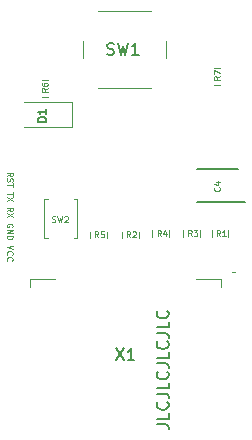
<source format=gbr>
G04 #@! TF.GenerationSoftware,KiCad,Pcbnew,(5.1.9)-1*
G04 #@! TF.CreationDate,2021-03-01T14:21:52+01:00*
G04 #@! TF.ProjectId,button_v1.2.2_Coin_Cell,62757474-6f6e-45f7-9631-2e322e325f43,rev?*
G04 #@! TF.SameCoordinates,Original*
G04 #@! TF.FileFunction,Legend,Top*
G04 #@! TF.FilePolarity,Positive*
%FSLAX46Y46*%
G04 Gerber Fmt 4.6, Leading zero omitted, Abs format (unit mm)*
G04 Created by KiCad (PCBNEW (5.1.9)-1) date 2021-03-01 14:21:52*
%MOMM*%
%LPD*%
G01*
G04 APERTURE LIST*
%ADD10C,0.125000*%
%ADD11C,0.150000*%
%ADD12C,0.120000*%
%ADD13C,0.200000*%
G04 APERTURE END LIST*
D10*
X115653809Y-69341428D02*
X115891904Y-69174761D01*
X115653809Y-69055714D02*
X116153809Y-69055714D01*
X116153809Y-69246190D01*
X116130000Y-69293809D01*
X116106190Y-69317619D01*
X116058571Y-69341428D01*
X115987142Y-69341428D01*
X115939523Y-69317619D01*
X115915714Y-69293809D01*
X115891904Y-69246190D01*
X115891904Y-69055714D01*
X115677619Y-69531904D02*
X115653809Y-69603333D01*
X115653809Y-69722380D01*
X115677619Y-69770000D01*
X115701428Y-69793809D01*
X115749047Y-69817619D01*
X115796666Y-69817619D01*
X115844285Y-69793809D01*
X115868095Y-69770000D01*
X115891904Y-69722380D01*
X115915714Y-69627142D01*
X115939523Y-69579523D01*
X115963333Y-69555714D01*
X116010952Y-69531904D01*
X116058571Y-69531904D01*
X116106190Y-69555714D01*
X116130000Y-69579523D01*
X116153809Y-69627142D01*
X116153809Y-69746190D01*
X116130000Y-69817619D01*
X116153809Y-69960476D02*
X116153809Y-70246190D01*
X115653809Y-70103333D02*
X116153809Y-70103333D01*
X116153809Y-70722380D02*
X116153809Y-71008095D01*
X115653809Y-70865238D02*
X116153809Y-70865238D01*
X116153809Y-71127142D02*
X115653809Y-71460476D01*
X116153809Y-71460476D02*
X115653809Y-71127142D01*
X115653809Y-72317619D02*
X115891904Y-72150952D01*
X115653809Y-72031904D02*
X116153809Y-72031904D01*
X116153809Y-72222380D01*
X116130000Y-72270000D01*
X116106190Y-72293809D01*
X116058571Y-72317619D01*
X115987142Y-72317619D01*
X115939523Y-72293809D01*
X115915714Y-72270000D01*
X115891904Y-72222380D01*
X115891904Y-72031904D01*
X116153809Y-72484285D02*
X115653809Y-72817619D01*
X116153809Y-72817619D02*
X115653809Y-72484285D01*
X116130000Y-73650952D02*
X116153809Y-73603333D01*
X116153809Y-73531904D01*
X116130000Y-73460476D01*
X116082380Y-73412857D01*
X116034761Y-73389047D01*
X115939523Y-73365238D01*
X115868095Y-73365238D01*
X115772857Y-73389047D01*
X115725238Y-73412857D01*
X115677619Y-73460476D01*
X115653809Y-73531904D01*
X115653809Y-73579523D01*
X115677619Y-73650952D01*
X115701428Y-73674761D01*
X115868095Y-73674761D01*
X115868095Y-73579523D01*
X115653809Y-73889047D02*
X116153809Y-73889047D01*
X115653809Y-74174761D01*
X116153809Y-74174761D01*
X115653809Y-74412857D02*
X116153809Y-74412857D01*
X116153809Y-74531904D01*
X116130000Y-74603333D01*
X116082380Y-74650952D01*
X116034761Y-74674761D01*
X115939523Y-74698571D01*
X115868095Y-74698571D01*
X115772857Y-74674761D01*
X115725238Y-74650952D01*
X115677619Y-74603333D01*
X115653809Y-74531904D01*
X115653809Y-74412857D01*
X116153809Y-75222380D02*
X115653809Y-75389047D01*
X116153809Y-75555714D01*
X115701428Y-76008095D02*
X115677619Y-75984285D01*
X115653809Y-75912857D01*
X115653809Y-75865238D01*
X115677619Y-75793809D01*
X115725238Y-75746190D01*
X115772857Y-75722380D01*
X115868095Y-75698571D01*
X115939523Y-75698571D01*
X116034761Y-75722380D01*
X116082380Y-75746190D01*
X116130000Y-75793809D01*
X116153809Y-75865238D01*
X116153809Y-75912857D01*
X116130000Y-75984285D01*
X116106190Y-76008095D01*
X115701428Y-76508095D02*
X115677619Y-76484285D01*
X115653809Y-76412857D01*
X115653809Y-76365238D01*
X115677619Y-76293809D01*
X115725238Y-76246190D01*
X115772857Y-76222380D01*
X115868095Y-76198571D01*
X115939523Y-76198571D01*
X116034761Y-76222380D01*
X116082380Y-76246190D01*
X116130000Y-76293809D01*
X116153809Y-76365238D01*
X116153809Y-76412857D01*
X116130000Y-76484285D01*
X116106190Y-76508095D01*
D11*
X128357380Y-90344047D02*
X129071666Y-90344047D01*
X129214523Y-90391666D01*
X129309761Y-90486904D01*
X129357380Y-90629761D01*
X129357380Y-90725000D01*
X129357380Y-89391666D02*
X129357380Y-89867857D01*
X128357380Y-89867857D01*
X129262142Y-88486904D02*
X129309761Y-88534523D01*
X129357380Y-88677380D01*
X129357380Y-88772619D01*
X129309761Y-88915476D01*
X129214523Y-89010714D01*
X129119285Y-89058333D01*
X128928809Y-89105952D01*
X128785952Y-89105952D01*
X128595476Y-89058333D01*
X128500238Y-89010714D01*
X128405000Y-88915476D01*
X128357380Y-88772619D01*
X128357380Y-88677380D01*
X128405000Y-88534523D01*
X128452619Y-88486904D01*
X128357380Y-87772619D02*
X129071666Y-87772619D01*
X129214523Y-87820238D01*
X129309761Y-87915476D01*
X129357380Y-88058333D01*
X129357380Y-88153571D01*
X129357380Y-86820238D02*
X129357380Y-87296428D01*
X128357380Y-87296428D01*
X129262142Y-85915476D02*
X129309761Y-85963095D01*
X129357380Y-86105952D01*
X129357380Y-86201190D01*
X129309761Y-86344047D01*
X129214523Y-86439285D01*
X129119285Y-86486904D01*
X128928809Y-86534523D01*
X128785952Y-86534523D01*
X128595476Y-86486904D01*
X128500238Y-86439285D01*
X128405000Y-86344047D01*
X128357380Y-86201190D01*
X128357380Y-86105952D01*
X128405000Y-85963095D01*
X128452619Y-85915476D01*
X128357380Y-85201190D02*
X129071666Y-85201190D01*
X129214523Y-85248809D01*
X129309761Y-85344047D01*
X129357380Y-85486904D01*
X129357380Y-85582142D01*
X129357380Y-84248809D02*
X129357380Y-84725000D01*
X128357380Y-84725000D01*
X129262142Y-83344047D02*
X129309761Y-83391666D01*
X129357380Y-83534523D01*
X129357380Y-83629761D01*
X129309761Y-83772619D01*
X129214523Y-83867857D01*
X129119285Y-83915476D01*
X128928809Y-83963095D01*
X128785952Y-83963095D01*
X128595476Y-83915476D01*
X128500238Y-83867857D01*
X128405000Y-83772619D01*
X128357380Y-83629761D01*
X128357380Y-83534523D01*
X128405000Y-83391666D01*
X128452619Y-83344047D01*
X128357380Y-82629761D02*
X129071666Y-82629761D01*
X129214523Y-82677380D01*
X129309761Y-82772619D01*
X129357380Y-82915476D01*
X129357380Y-83010714D01*
X129357380Y-81677380D02*
X129357380Y-82153571D01*
X128357380Y-82153571D01*
X129262142Y-80772619D02*
X129309761Y-80820238D01*
X129357380Y-80963095D01*
X129357380Y-81058333D01*
X129309761Y-81201190D01*
X129214523Y-81296428D01*
X129119285Y-81344047D01*
X128928809Y-81391666D01*
X128785952Y-81391666D01*
X128595476Y-81344047D01*
X128500238Y-81296428D01*
X128405000Y-81201190D01*
X128357380Y-81058333D01*
X128357380Y-80963095D01*
X128405000Y-80820238D01*
X128452619Y-80772619D01*
D12*
G04 #@! TO.C,X1*
X117580000Y-78700000D02*
X117580000Y-78080000D01*
X117580000Y-78080000D02*
X119700000Y-78080000D01*
X131700000Y-78080000D02*
X133820000Y-78080000D01*
X133820000Y-78080000D02*
X133820000Y-78700000D01*
G04 #@! TO.C,D1*
X117130000Y-65215000D02*
X121215000Y-65215000D01*
X121215000Y-65215000D02*
X121215000Y-63045000D01*
X121215000Y-63045000D02*
X117130000Y-63045000D01*
D13*
G04 #@! TO.C,C4*
X131727000Y-71564960D02*
X135852000Y-71564960D01*
X135227000Y-68764960D02*
X131727000Y-68764960D01*
D12*
G04 #@! TO.C,C5*
X134944115Y-77469320D02*
X134712445Y-77469320D01*
G04 #@! TO.C,R7*
X133178748Y-60200000D02*
X133701252Y-60200000D01*
X133178748Y-61620000D02*
X133701252Y-61620000D01*
G04 #@! TO.C,R6*
X118618748Y-61210000D02*
X119141252Y-61210000D01*
X118618748Y-62630000D02*
X119141252Y-62630000D01*
G04 #@! TO.C,R5*
X124110000Y-74038748D02*
X124110000Y-74561252D01*
X122690000Y-74038748D02*
X122690000Y-74561252D01*
G04 #@! TO.C,R4*
X129410000Y-73938748D02*
X129410000Y-74461252D01*
X127990000Y-73938748D02*
X127990000Y-74461252D01*
G04 #@! TO.C,R3*
X132010000Y-73938748D02*
X132010000Y-74461252D01*
X130590000Y-73938748D02*
X130590000Y-74461252D01*
G04 #@! TO.C,R2*
X126810000Y-74038748D02*
X126810000Y-74561252D01*
X125390000Y-74038748D02*
X125390000Y-74561252D01*
G04 #@! TO.C,R1*
X134410000Y-73938748D02*
X134410000Y-74461252D01*
X132990000Y-73938748D02*
X132990000Y-74461252D01*
G04 #@! TO.C,SW1*
X129100000Y-59380000D02*
X129100000Y-57880000D01*
X127850000Y-55380000D02*
X123350000Y-55380000D01*
X122100000Y-57880000D02*
X122100000Y-59380000D01*
X123350000Y-61880000D02*
X127850000Y-61880000D01*
G04 #@! TO.C,SW2*
X121305500Y-74611500D02*
X121605500Y-74611500D01*
X121605500Y-74611500D02*
X121605500Y-71311500D01*
X121605500Y-71311500D02*
X121305500Y-71311500D01*
X119105500Y-74611500D02*
X118805500Y-74611500D01*
X118805500Y-74611500D02*
X118805500Y-71311500D01*
X118805500Y-71311500D02*
X119105500Y-71311500D01*
G04 #@! TO.C,X1*
D11*
X124890476Y-83937380D02*
X125557142Y-84937380D01*
X125557142Y-83937380D02*
X124890476Y-84937380D01*
X126461904Y-84937380D02*
X125890476Y-84937380D01*
X126176190Y-84937380D02*
X126176190Y-83937380D01*
X126080952Y-84080238D01*
X125985714Y-84175476D01*
X125890476Y-84223095D01*
G04 #@! TO.C,D1*
X118996666Y-64746666D02*
X118296666Y-64746666D01*
X118296666Y-64580000D01*
X118330000Y-64480000D01*
X118396666Y-64413333D01*
X118463333Y-64380000D01*
X118596666Y-64346666D01*
X118696666Y-64346666D01*
X118830000Y-64380000D01*
X118896666Y-64413333D01*
X118963333Y-64480000D01*
X118996666Y-64580000D01*
X118996666Y-64746666D01*
X118996666Y-63680000D02*
X118996666Y-64080000D01*
X118996666Y-63880000D02*
X118296666Y-63880000D01*
X118396666Y-63946666D01*
X118463333Y-64013333D01*
X118496666Y-64080000D01*
G04 #@! TO.C,C4*
D10*
X133655571Y-70298293D02*
X133679380Y-70322102D01*
X133703190Y-70393531D01*
X133703190Y-70441150D01*
X133679380Y-70512579D01*
X133631761Y-70560198D01*
X133584142Y-70584007D01*
X133488904Y-70607817D01*
X133417476Y-70607817D01*
X133322238Y-70584007D01*
X133274619Y-70560198D01*
X133227000Y-70512579D01*
X133203190Y-70441150D01*
X133203190Y-70393531D01*
X133227000Y-70322102D01*
X133250809Y-70298293D01*
X133369857Y-69869721D02*
X133703190Y-69869721D01*
X133179380Y-69988769D02*
X133536523Y-70107817D01*
X133536523Y-69798293D01*
G04 #@! TO.C,R7*
X133666190Y-60893333D02*
X133428095Y-61060000D01*
X133666190Y-61179047D02*
X133166190Y-61179047D01*
X133166190Y-60988571D01*
X133190000Y-60940952D01*
X133213809Y-60917142D01*
X133261428Y-60893333D01*
X133332857Y-60893333D01*
X133380476Y-60917142D01*
X133404285Y-60940952D01*
X133428095Y-60988571D01*
X133428095Y-61179047D01*
X133166190Y-60726666D02*
X133166190Y-60393333D01*
X133666190Y-60607619D01*
G04 #@! TO.C,R6*
X119106190Y-61903333D02*
X118868095Y-62070000D01*
X119106190Y-62189047D02*
X118606190Y-62189047D01*
X118606190Y-61998571D01*
X118630000Y-61950952D01*
X118653809Y-61927142D01*
X118701428Y-61903333D01*
X118772857Y-61903333D01*
X118820476Y-61927142D01*
X118844285Y-61950952D01*
X118868095Y-61998571D01*
X118868095Y-62189047D01*
X118606190Y-61474761D02*
X118606190Y-61570000D01*
X118630000Y-61617619D01*
X118653809Y-61641428D01*
X118725238Y-61689047D01*
X118820476Y-61712857D01*
X119010952Y-61712857D01*
X119058571Y-61689047D01*
X119082380Y-61665238D01*
X119106190Y-61617619D01*
X119106190Y-61522380D01*
X119082380Y-61474761D01*
X119058571Y-61450952D01*
X119010952Y-61427142D01*
X118891904Y-61427142D01*
X118844285Y-61450952D01*
X118820476Y-61474761D01*
X118796666Y-61522380D01*
X118796666Y-61617619D01*
X118820476Y-61665238D01*
X118844285Y-61689047D01*
X118891904Y-61712857D01*
G04 #@! TO.C,R5*
X123416666Y-74526190D02*
X123250000Y-74288095D01*
X123130952Y-74526190D02*
X123130952Y-74026190D01*
X123321428Y-74026190D01*
X123369047Y-74050000D01*
X123392857Y-74073809D01*
X123416666Y-74121428D01*
X123416666Y-74192857D01*
X123392857Y-74240476D01*
X123369047Y-74264285D01*
X123321428Y-74288095D01*
X123130952Y-74288095D01*
X123869047Y-74026190D02*
X123630952Y-74026190D01*
X123607142Y-74264285D01*
X123630952Y-74240476D01*
X123678571Y-74216666D01*
X123797619Y-74216666D01*
X123845238Y-74240476D01*
X123869047Y-74264285D01*
X123892857Y-74311904D01*
X123892857Y-74430952D01*
X123869047Y-74478571D01*
X123845238Y-74502380D01*
X123797619Y-74526190D01*
X123678571Y-74526190D01*
X123630952Y-74502380D01*
X123607142Y-74478571D01*
G04 #@! TO.C,R4*
X128716666Y-74426190D02*
X128550000Y-74188095D01*
X128430952Y-74426190D02*
X128430952Y-73926190D01*
X128621428Y-73926190D01*
X128669047Y-73950000D01*
X128692857Y-73973809D01*
X128716666Y-74021428D01*
X128716666Y-74092857D01*
X128692857Y-74140476D01*
X128669047Y-74164285D01*
X128621428Y-74188095D01*
X128430952Y-74188095D01*
X129145238Y-74092857D02*
X129145238Y-74426190D01*
X129026190Y-73902380D02*
X128907142Y-74259523D01*
X129216666Y-74259523D01*
G04 #@! TO.C,R3*
X131316666Y-74426190D02*
X131150000Y-74188095D01*
X131030952Y-74426190D02*
X131030952Y-73926190D01*
X131221428Y-73926190D01*
X131269047Y-73950000D01*
X131292857Y-73973809D01*
X131316666Y-74021428D01*
X131316666Y-74092857D01*
X131292857Y-74140476D01*
X131269047Y-74164285D01*
X131221428Y-74188095D01*
X131030952Y-74188095D01*
X131483333Y-73926190D02*
X131792857Y-73926190D01*
X131626190Y-74116666D01*
X131697619Y-74116666D01*
X131745238Y-74140476D01*
X131769047Y-74164285D01*
X131792857Y-74211904D01*
X131792857Y-74330952D01*
X131769047Y-74378571D01*
X131745238Y-74402380D01*
X131697619Y-74426190D01*
X131554761Y-74426190D01*
X131507142Y-74402380D01*
X131483333Y-74378571D01*
G04 #@! TO.C,R2*
X126116666Y-74526190D02*
X125950000Y-74288095D01*
X125830952Y-74526190D02*
X125830952Y-74026190D01*
X126021428Y-74026190D01*
X126069047Y-74050000D01*
X126092857Y-74073809D01*
X126116666Y-74121428D01*
X126116666Y-74192857D01*
X126092857Y-74240476D01*
X126069047Y-74264285D01*
X126021428Y-74288095D01*
X125830952Y-74288095D01*
X126307142Y-74073809D02*
X126330952Y-74050000D01*
X126378571Y-74026190D01*
X126497619Y-74026190D01*
X126545238Y-74050000D01*
X126569047Y-74073809D01*
X126592857Y-74121428D01*
X126592857Y-74169047D01*
X126569047Y-74240476D01*
X126283333Y-74526190D01*
X126592857Y-74526190D01*
G04 #@! TO.C,R1*
X133716666Y-74426190D02*
X133550000Y-74188095D01*
X133430952Y-74426190D02*
X133430952Y-73926190D01*
X133621428Y-73926190D01*
X133669047Y-73950000D01*
X133692857Y-73973809D01*
X133716666Y-74021428D01*
X133716666Y-74092857D01*
X133692857Y-74140476D01*
X133669047Y-74164285D01*
X133621428Y-74188095D01*
X133430952Y-74188095D01*
X134192857Y-74426190D02*
X133907142Y-74426190D01*
X134050000Y-74426190D02*
X134050000Y-73926190D01*
X134002380Y-73997619D01*
X133954761Y-74045238D01*
X133907142Y-74069047D01*
G04 #@! TO.C,SW1*
D11*
X124166666Y-59034761D02*
X124309523Y-59082380D01*
X124547619Y-59082380D01*
X124642857Y-59034761D01*
X124690476Y-58987142D01*
X124738095Y-58891904D01*
X124738095Y-58796666D01*
X124690476Y-58701428D01*
X124642857Y-58653809D01*
X124547619Y-58606190D01*
X124357142Y-58558571D01*
X124261904Y-58510952D01*
X124214285Y-58463333D01*
X124166666Y-58368095D01*
X124166666Y-58272857D01*
X124214285Y-58177619D01*
X124261904Y-58130000D01*
X124357142Y-58082380D01*
X124595238Y-58082380D01*
X124738095Y-58130000D01*
X125071428Y-58082380D02*
X125309523Y-59082380D01*
X125500000Y-58368095D01*
X125690476Y-59082380D01*
X125928571Y-58082380D01*
X126833333Y-59082380D02*
X126261904Y-59082380D01*
X126547619Y-59082380D02*
X126547619Y-58082380D01*
X126452380Y-58225238D01*
X126357142Y-58320476D01*
X126261904Y-58368095D01*
G04 #@! TO.C,SW2*
D10*
X119488833Y-73213880D02*
X119560261Y-73237690D01*
X119679309Y-73237690D01*
X119726928Y-73213880D01*
X119750738Y-73190071D01*
X119774547Y-73142452D01*
X119774547Y-73094833D01*
X119750738Y-73047214D01*
X119726928Y-73023404D01*
X119679309Y-72999595D01*
X119584071Y-72975785D01*
X119536452Y-72951976D01*
X119512642Y-72928166D01*
X119488833Y-72880547D01*
X119488833Y-72832928D01*
X119512642Y-72785309D01*
X119536452Y-72761500D01*
X119584071Y-72737690D01*
X119703119Y-72737690D01*
X119774547Y-72761500D01*
X119941214Y-72737690D02*
X120060261Y-73237690D01*
X120155500Y-72880547D01*
X120250738Y-73237690D01*
X120369785Y-72737690D01*
X120536452Y-72785309D02*
X120560261Y-72761500D01*
X120607880Y-72737690D01*
X120726928Y-72737690D01*
X120774547Y-72761500D01*
X120798357Y-72785309D01*
X120822166Y-72832928D01*
X120822166Y-72880547D01*
X120798357Y-72951976D01*
X120512642Y-73237690D01*
X120822166Y-73237690D01*
G04 #@! TD*
M02*

</source>
